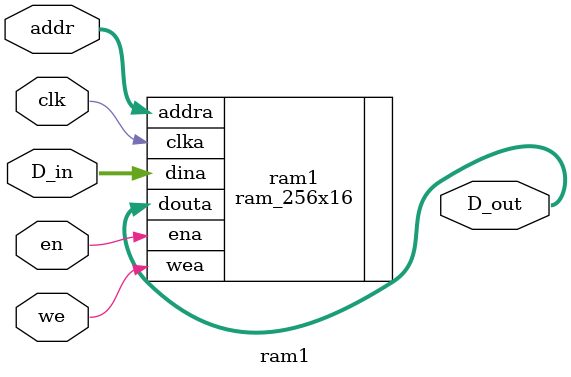
<source format=v>
`timescale 1ns / 1ps

/****************************** C E C S  3 0 1 ******************************
 * 
 * File Name:     ram1.v
 * Project:       Lab_Assignment_4
 * Designer:      Garrett Cross
 * Email:         garrett.cross@student.csulb.edu
 * Rev. No.:      Version 1.0
 * Rev. Date:     10/10/18
 *
 * Purpose:       
 * 
 * Dependencies:  
 *         
 * Notes:         
 *
 ****************************************************************************/


module ram1( clk, en, we, addr, D_in, D_out );

    input         clk, en, we;
    input  [7:0]  addr;
    input  [15:0] D_in;
    output [15:0] D_out;
    
    ram_256x16 ram1( .clka(clk), 
                     .ena(en), 
                     .wea(we), 
                     .addra(addr),
                     .dina(D_in), 
                     .douta(D_out));
  
endmodule

</source>
